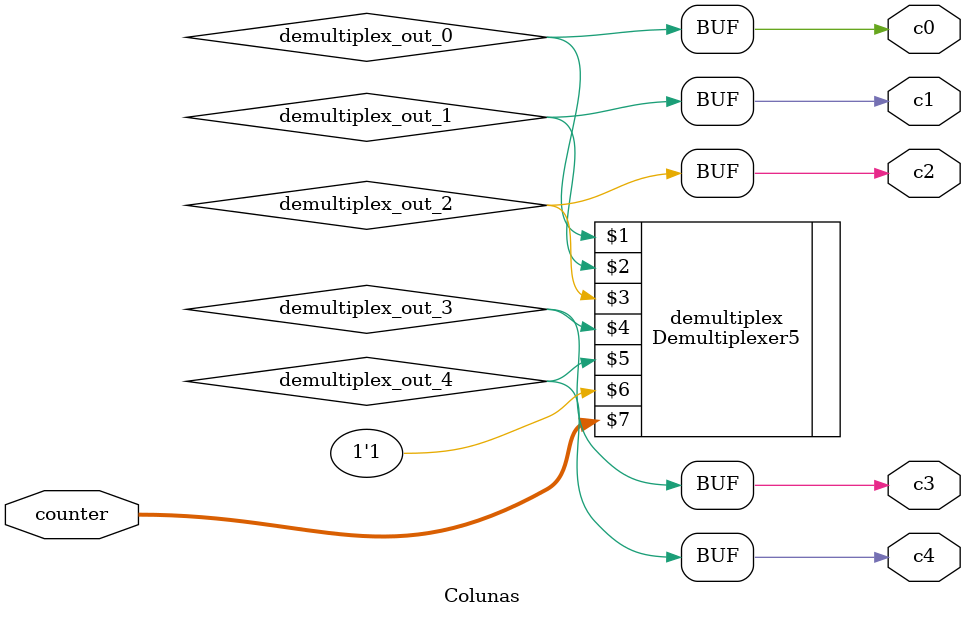
<source format=v>
module Colunas(c0, c1, c2, c3, c4, counter);
  output c0,  c1,  c2,  c3,  c4;
  input [2:0] counter;
  wire demultiplex_out_0, demultiplex_out_1, demultiplex_out_2, demultiplex_out_3, demultiplex_out_4, Power_0_out;
  Demultiplexer5 demultiplex(demultiplex_out_0, demultiplex_out_1, demultiplex_out_2, demultiplex_out_3, demultiplex_out_4, 1'b1, counter);
  assign c4 = demultiplex_out_4;
  assign c3 = demultiplex_out_3;
  assign c2 = demultiplex_out_2;
  assign c1 = demultiplex_out_1;
  assign c0 = demultiplex_out_0;
endmodule
</source>
